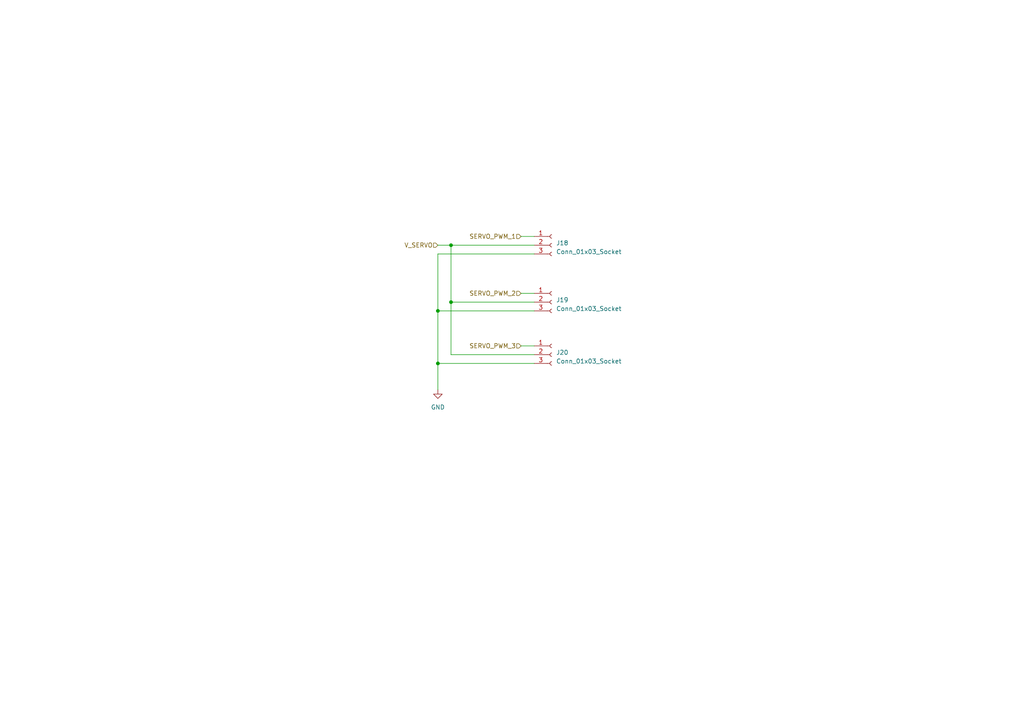
<source format=kicad_sch>
(kicad_sch (version 20230121) (generator eeschema)
  (paper "A4")
  (lib_symbols
    (symbol "Connector:Conn_01x03_Socket" (pin_names (offset 1.016) hide)
      (property "Reference" "J" (at 0 5.08 0))
      (property "Value" "Conn_01x03_Socket" (at 0 -5.08 0))
      (symbol "Conn_01x03_Socket_1_1"
        (arc (start 0 -2.032) (mid -0.5058 -2.54) (end 0 -3.048) (stroke (width 0.1524)))
        (polyline (pts (xy -1.27 -2.54) (xy -0.508 -2.54)) (stroke (width 0.1524)))
        (polyline (pts (xy -1.27 0) (xy -0.508 0)) (stroke (width 0.1524)))
        (polyline (pts (xy -1.27 2.54) (xy -0.508 2.54)) (stroke (width 0.1524)))
        (arc (start 0 0.508) (mid -0.5058 0) (end 0 -0.508) (stroke (width 0.1524)))
        (arc (start 0 3.048) (mid -0.5058 2.54) (end 0 2.032) (stroke (width 0.1524)))
        (pin passive line (at -5.08 2.54 0) (length 3.81) (name "Pin_1") (number "1"))
        (pin passive line (at -5.08 0 0) (length 3.81) (name "Pin_2") (number "2"))
        (pin passive line (at -5.08 -2.54 0) (length 3.81) (name "Pin_3") (number "3"))
      )
    )
    (symbol "power:GND" (power) (pin_names (offset 0))
      (property "Value" "GND" (at 0 -3.81 0))
      (symbol "GND_0_1"
        (polyline (pts (xy 0 0) (xy 0 -1.27) (xy 1.27 -1.27) (xy 0 -2.54) (xy -1.27 -1.27) (xy 0 -1.27)))
      )
      (symbol "GND_1_1"
        (pin power_in line (at 0 0 270) (length 0) hide (name "GND") (number "1"))
      )
    )
  )
  (junction (at 127 90.17))
  (junction (at 127 105.41))
  (junction (at 130.81 71.12))
  (junction (at 130.81 87.63))
  (wire (pts (xy 127 71.12) (xy 130.81 71.12)))
  (wire (pts (xy 127 90.17) (xy 127 105.41)))
  (wire (pts (xy 130.81 102.87) (xy 130.81 87.63)))
  (wire (pts (xy 154.94 90.17) (xy 127 90.17)))
  (wire (pts (xy 154.94 105.41) (xy 127 105.41)))
  (wire (pts (xy 127 105.41) (xy 127 113.03)))
  (wire (pts (xy 127 73.66) (xy 127 90.17)))
  (wire (pts (xy 154.94 102.87) (xy 130.81 102.87)))
  (wire (pts (xy 151.13 100.33) (xy 154.94 100.33)))
  (wire (pts (xy 154.94 73.66) (xy 127 73.66)))
  (wire (pts (xy 151.13 68.58) (xy 154.94 68.58)))
  (wire (pts (xy 154.94 87.63) (xy 130.81 87.63)))
  (wire (pts (xy 130.81 87.63) (xy 130.81 71.12)))
  (wire (pts (xy 151.13 85.09) (xy 154.94 85.09)))
  (wire (pts (xy 130.81 71.12) (xy 154.94 71.12)))
  (hierarchical_label "V_SERVO" (shape input) (at 127 71.12 180))
  (hierarchical_label "SERVO_PWM_3" (shape input) (at 151.13 100.33 180))
  (hierarchical_label "SERVO_PWM_2" (shape input) (at 151.13 85.09 180))
  (hierarchical_label "SERVO_PWM_1" (shape input) (at 151.13 68.58 180))
  (symbol (lib_id "power:GND") (at 127 113.03 0) (unit 1)
    (property "Reference" "#PWR081" (effects hide))
    (property "Value" "GND" (at 127 118.11 0))
    (instances (project "Hexapod_Hardware" (path "" (reference "#PWR081") (unit 1))) (project "test_ADC_and_CurrentSensors" (path "" (reference "#PWR028") (unit 1))))
  )
  (symbol (lib_id "Connector:Conn_01x03_Socket") (at 160.02 102.87 0) (unit 1)
    (property "Reference" "J20" (at 161.29 102.235 0) (effects (justify left)))
    (property "Value" "Conn_01x03_Socket" (at 161.29 104.775 0) (effects (justify left)))
    (property "Footprint" "Connector_PinSocket_2.54mm:PinSocket_1x03_P2.54mm_Vertical" (effects hide))
    (instances (project "Hexapod_Hardware" (path "" (reference "J20") (unit 1))) (project "test_ADC_and_CurrentSensors" (path "" (reference "J8") (unit 1))))
  )
  (symbol (lib_id "Connector:Conn_01x03_Socket") (at 160.02 87.63 0) (unit 1)
    (property "Reference" "J19" (at 161.29 86.995 0) (effects (justify left)))
    (property "Value" "Conn_01x03_Socket" (at 161.29 89.535 0) (effects (justify left)))
    (property "Footprint" "Connector_PinSocket_2.54mm:PinSocket_1x03_P2.54mm_Vertical" (effects hide))
    (instances (project "Hexapod_Hardware" (path "" (reference "J19") (unit 1))) (project "test_ADC_and_CurrentSensors" (path "" (reference "J7") (unit 1))))
  )
  (symbol (lib_id "Connector:Conn_01x03_Socket") (at 160.02 71.12 0) (unit 1)
    (property "Reference" "J18" (at 161.29 70.485 0) (effects (justify left)))
    (property "Value" "Conn_01x03_Socket" (at 161.29 73.025 0) (effects (justify left)))
    (property "Footprint" "Connector_PinSocket_2.54mm:PinSocket_1x03_P2.54mm_Vertical" (effects hide))
    (instances (project "Hexapod_Hardware" (path "" (reference "J18") (unit 1))) (project "test_ADC_and_CurrentSensors" (path "" (reference "J6") (unit 1))))
  )
)
</source>
